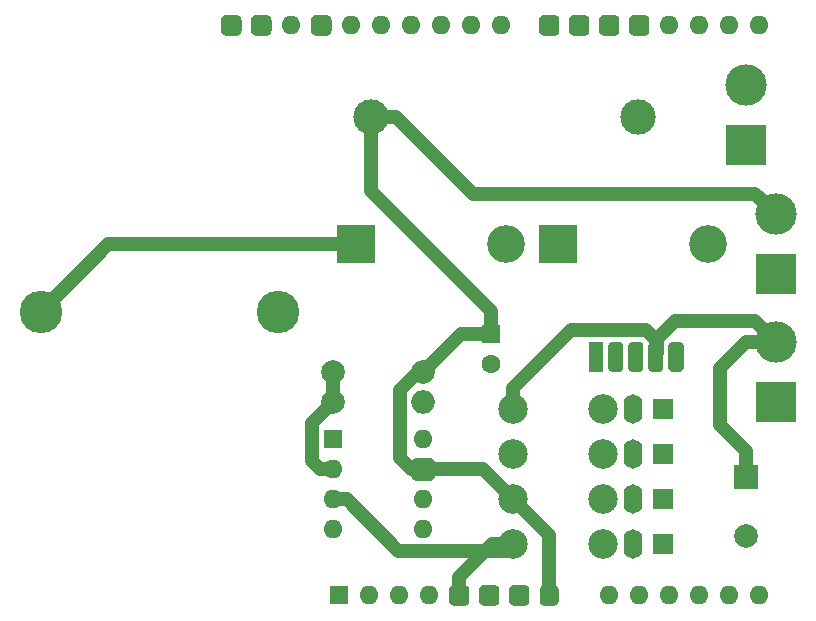
<source format=gtl>
G04 #@! TF.GenerationSoftware,KiCad,Pcbnew,5.1.5+dfsg1-2build2*
G04 #@! TF.CreationDate,2020-11-09T00:04:35+01:00*
G04 #@! TF.ProjectId,power-supply,706f7765-722d-4737-9570-706c792e6b69,rev?*
G04 #@! TF.SameCoordinates,PX292dfe0PY1f3f830*
G04 #@! TF.FileFunction,Copper,L1,Top*
G04 #@! TF.FilePolarity,Positive*
%FSLAX46Y46*%
G04 Gerber Fmt 4.6, Leading zero omitted, Abs format (unit mm)*
G04 Created by KiCad (PCBNEW 5.1.5+dfsg1-2build2) date 2020-11-09 00:04:35*
%MOMM*%
%LPD*%
G04 APERTURE LIST*
%ADD10C,0.100000*%
%ADD11R,1.600000X1.600000*%
%ADD12O,1.600000X1.600000*%
%ADD13R,1.800000X1.800000*%
%ADD14O,1.600000X2.500000*%
%ADD15C,3.000000*%
%ADD16R,3.500120X3.500120*%
%ADD17C,3.500120*%
%ADD18C,2.500000*%
%ADD19C,2.000000*%
%ADD20O,2.000000X2.000000*%
%ADD21C,1.600000*%
%ADD22R,2.000000X2.000000*%
%ADD23O,3.200000X3.200000*%
%ADD24R,3.200000X3.200000*%
%ADD25C,3.600000*%
%ADD26R,1.275000X2.500000*%
%ADD27C,1.200000*%
G04 APERTURE END LIST*
G04 #@! TA.AperFunction,ComponentPad*
D10*
G36*
X21055637Y-2180095D02*
G01*
X21097864Y-2186358D01*
X21139274Y-2196731D01*
X21179467Y-2211112D01*
X21218058Y-2229364D01*
X21254673Y-2251311D01*
X21288961Y-2276740D01*
X21320591Y-2305409D01*
X21349260Y-2337039D01*
X21374689Y-2371327D01*
X21396636Y-2407942D01*
X21414888Y-2446533D01*
X21429269Y-2486726D01*
X21439642Y-2528136D01*
X21445905Y-2570363D01*
X21448000Y-2613000D01*
X21448000Y-3483000D01*
X21445905Y-3525637D01*
X21439642Y-3567864D01*
X21429269Y-3609274D01*
X21414888Y-3649467D01*
X21396636Y-3688058D01*
X21374689Y-3724673D01*
X21349260Y-3758961D01*
X21320591Y-3790591D01*
X21288961Y-3819260D01*
X21254673Y-3844689D01*
X21218058Y-3866636D01*
X21179467Y-3884888D01*
X21139274Y-3899269D01*
X21097864Y-3909642D01*
X21055637Y-3915905D01*
X21013000Y-3918000D01*
X20143000Y-3918000D01*
X20100363Y-3915905D01*
X20058136Y-3909642D01*
X20016726Y-3899269D01*
X19976533Y-3884888D01*
X19937942Y-3866636D01*
X19901327Y-3844689D01*
X19867039Y-3819260D01*
X19835409Y-3790591D01*
X19806740Y-3758961D01*
X19781311Y-3724673D01*
X19759364Y-3688058D01*
X19741112Y-3649467D01*
X19726731Y-3609274D01*
X19716358Y-3567864D01*
X19710095Y-3525637D01*
X19708000Y-3483000D01*
X19708000Y-2613000D01*
X19710095Y-2570363D01*
X19716358Y-2528136D01*
X19726731Y-2486726D01*
X19741112Y-2446533D01*
X19759364Y-2407942D01*
X19781311Y-2371327D01*
X19806740Y-2337039D01*
X19835409Y-2305409D01*
X19867039Y-2276740D01*
X19901327Y-2251311D01*
X19937942Y-2229364D01*
X19976533Y-2211112D01*
X20016726Y-2196731D01*
X20058136Y-2186358D01*
X20100363Y-2180095D01*
X20143000Y-2178000D01*
X21013000Y-2178000D01*
X21055637Y-2180095D01*
G37*
G04 #@! TD.AperFunction*
G04 #@! TA.AperFunction,ComponentPad*
G36*
X23595637Y-2180095D02*
G01*
X23637864Y-2186358D01*
X23679274Y-2196731D01*
X23719467Y-2211112D01*
X23758058Y-2229364D01*
X23794673Y-2251311D01*
X23828961Y-2276740D01*
X23860591Y-2305409D01*
X23889260Y-2337039D01*
X23914689Y-2371327D01*
X23936636Y-2407942D01*
X23954888Y-2446533D01*
X23969269Y-2486726D01*
X23979642Y-2528136D01*
X23985905Y-2570363D01*
X23988000Y-2613000D01*
X23988000Y-3483000D01*
X23985905Y-3525637D01*
X23979642Y-3567864D01*
X23969269Y-3609274D01*
X23954888Y-3649467D01*
X23936636Y-3688058D01*
X23914689Y-3724673D01*
X23889260Y-3758961D01*
X23860591Y-3790591D01*
X23828961Y-3819260D01*
X23794673Y-3844689D01*
X23758058Y-3866636D01*
X23719467Y-3884888D01*
X23679274Y-3899269D01*
X23637864Y-3909642D01*
X23595637Y-3915905D01*
X23553000Y-3918000D01*
X22683000Y-3918000D01*
X22640363Y-3915905D01*
X22598136Y-3909642D01*
X22556726Y-3899269D01*
X22516533Y-3884888D01*
X22477942Y-3866636D01*
X22441327Y-3844689D01*
X22407039Y-3819260D01*
X22375409Y-3790591D01*
X22346740Y-3758961D01*
X22321311Y-3724673D01*
X22299364Y-3688058D01*
X22281112Y-3649467D01*
X22266731Y-3609274D01*
X22256358Y-3567864D01*
X22250095Y-3525637D01*
X22248000Y-3483000D01*
X22248000Y-2613000D01*
X22250095Y-2570363D01*
X22256358Y-2528136D01*
X22266731Y-2486726D01*
X22281112Y-2446533D01*
X22299364Y-2407942D01*
X22321311Y-2371327D01*
X22346740Y-2337039D01*
X22375409Y-2305409D01*
X22407039Y-2276740D01*
X22441327Y-2251311D01*
X22477942Y-2229364D01*
X22516533Y-2211112D01*
X22556726Y-2196731D01*
X22598136Y-2186358D01*
X22640363Y-2180095D01*
X22683000Y-2178000D01*
X23553000Y-2178000D01*
X23595637Y-2180095D01*
G37*
G04 #@! TD.AperFunction*
D11*
X29718000Y-51308000D03*
D12*
X60198000Y-3048000D03*
X32258000Y-51308000D03*
X57658000Y-3048000D03*
X34798000Y-51308000D03*
G04 #@! TA.AperFunction,ComponentPad*
D10*
G36*
X55595637Y-2180095D02*
G01*
X55637864Y-2186358D01*
X55679274Y-2196731D01*
X55719467Y-2211112D01*
X55758058Y-2229364D01*
X55794673Y-2251311D01*
X55828961Y-2276740D01*
X55860591Y-2305409D01*
X55889260Y-2337039D01*
X55914689Y-2371327D01*
X55936636Y-2407942D01*
X55954888Y-2446533D01*
X55969269Y-2486726D01*
X55979642Y-2528136D01*
X55985905Y-2570363D01*
X55988000Y-2613000D01*
X55988000Y-3483000D01*
X55985905Y-3525637D01*
X55979642Y-3567864D01*
X55969269Y-3609274D01*
X55954888Y-3649467D01*
X55936636Y-3688058D01*
X55914689Y-3724673D01*
X55889260Y-3758961D01*
X55860591Y-3790591D01*
X55828961Y-3819260D01*
X55794673Y-3844689D01*
X55758058Y-3866636D01*
X55719467Y-3884888D01*
X55679274Y-3899269D01*
X55637864Y-3909642D01*
X55595637Y-3915905D01*
X55553000Y-3918000D01*
X54683000Y-3918000D01*
X54640363Y-3915905D01*
X54598136Y-3909642D01*
X54556726Y-3899269D01*
X54516533Y-3884888D01*
X54477942Y-3866636D01*
X54441327Y-3844689D01*
X54407039Y-3819260D01*
X54375409Y-3790591D01*
X54346740Y-3758961D01*
X54321311Y-3724673D01*
X54299364Y-3688058D01*
X54281112Y-3649467D01*
X54266731Y-3609274D01*
X54256358Y-3567864D01*
X54250095Y-3525637D01*
X54248000Y-3483000D01*
X54248000Y-2613000D01*
X54250095Y-2570363D01*
X54256358Y-2528136D01*
X54266731Y-2486726D01*
X54281112Y-2446533D01*
X54299364Y-2407942D01*
X54321311Y-2371327D01*
X54346740Y-2337039D01*
X54375409Y-2305409D01*
X54407039Y-2276740D01*
X54441327Y-2251311D01*
X54477942Y-2229364D01*
X54516533Y-2211112D01*
X54556726Y-2196731D01*
X54598136Y-2186358D01*
X54640363Y-2180095D01*
X54683000Y-2178000D01*
X55553000Y-2178000D01*
X55595637Y-2180095D01*
G37*
G04 #@! TD.AperFunction*
D12*
X37338000Y-51308000D03*
G04 #@! TA.AperFunction,ComponentPad*
D10*
G36*
X53055637Y-2180095D02*
G01*
X53097864Y-2186358D01*
X53139274Y-2196731D01*
X53179467Y-2211112D01*
X53218058Y-2229364D01*
X53254673Y-2251311D01*
X53288961Y-2276740D01*
X53320591Y-2305409D01*
X53349260Y-2337039D01*
X53374689Y-2371327D01*
X53396636Y-2407942D01*
X53414888Y-2446533D01*
X53429269Y-2486726D01*
X53439642Y-2528136D01*
X53445905Y-2570363D01*
X53448000Y-2613000D01*
X53448000Y-3483000D01*
X53445905Y-3525637D01*
X53439642Y-3567864D01*
X53429269Y-3609274D01*
X53414888Y-3649467D01*
X53396636Y-3688058D01*
X53374689Y-3724673D01*
X53349260Y-3758961D01*
X53320591Y-3790591D01*
X53288961Y-3819260D01*
X53254673Y-3844689D01*
X53218058Y-3866636D01*
X53179467Y-3884888D01*
X53139274Y-3899269D01*
X53097864Y-3909642D01*
X53055637Y-3915905D01*
X53013000Y-3918000D01*
X52143000Y-3918000D01*
X52100363Y-3915905D01*
X52058136Y-3909642D01*
X52016726Y-3899269D01*
X51976533Y-3884888D01*
X51937942Y-3866636D01*
X51901327Y-3844689D01*
X51867039Y-3819260D01*
X51835409Y-3790591D01*
X51806740Y-3758961D01*
X51781311Y-3724673D01*
X51759364Y-3688058D01*
X51741112Y-3649467D01*
X51726731Y-3609274D01*
X51716358Y-3567864D01*
X51710095Y-3525637D01*
X51708000Y-3483000D01*
X51708000Y-2613000D01*
X51710095Y-2570363D01*
X51716358Y-2528136D01*
X51726731Y-2486726D01*
X51741112Y-2446533D01*
X51759364Y-2407942D01*
X51781311Y-2371327D01*
X51806740Y-2337039D01*
X51835409Y-2305409D01*
X51867039Y-2276740D01*
X51901327Y-2251311D01*
X51937942Y-2229364D01*
X51976533Y-2211112D01*
X52016726Y-2196731D01*
X52058136Y-2186358D01*
X52100363Y-2180095D01*
X52143000Y-2178000D01*
X53013000Y-2178000D01*
X53055637Y-2180095D01*
G37*
G04 #@! TD.AperFunction*
G04 #@! TA.AperFunction,ComponentPad*
G36*
X40355637Y-50440095D02*
G01*
X40397864Y-50446358D01*
X40439274Y-50456731D01*
X40479467Y-50471112D01*
X40518058Y-50489364D01*
X40554673Y-50511311D01*
X40588961Y-50536740D01*
X40620591Y-50565409D01*
X40649260Y-50597039D01*
X40674689Y-50631327D01*
X40696636Y-50667942D01*
X40714888Y-50706533D01*
X40729269Y-50746726D01*
X40739642Y-50788136D01*
X40745905Y-50830363D01*
X40748000Y-50873000D01*
X40748000Y-51743000D01*
X40745905Y-51785637D01*
X40739642Y-51827864D01*
X40729269Y-51869274D01*
X40714888Y-51909467D01*
X40696636Y-51948058D01*
X40674689Y-51984673D01*
X40649260Y-52018961D01*
X40620591Y-52050591D01*
X40588961Y-52079260D01*
X40554673Y-52104689D01*
X40518058Y-52126636D01*
X40479467Y-52144888D01*
X40439274Y-52159269D01*
X40397864Y-52169642D01*
X40355637Y-52175905D01*
X40313000Y-52178000D01*
X39443000Y-52178000D01*
X39400363Y-52175905D01*
X39358136Y-52169642D01*
X39316726Y-52159269D01*
X39276533Y-52144888D01*
X39237942Y-52126636D01*
X39201327Y-52104689D01*
X39167039Y-52079260D01*
X39135409Y-52050591D01*
X39106740Y-52018961D01*
X39081311Y-51984673D01*
X39059364Y-51948058D01*
X39041112Y-51909467D01*
X39026731Y-51869274D01*
X39016358Y-51827864D01*
X39010095Y-51785637D01*
X39008000Y-51743000D01*
X39008000Y-50873000D01*
X39010095Y-50830363D01*
X39016358Y-50788136D01*
X39026731Y-50746726D01*
X39041112Y-50706533D01*
X39059364Y-50667942D01*
X39081311Y-50631327D01*
X39106740Y-50597039D01*
X39135409Y-50565409D01*
X39167039Y-50536740D01*
X39201327Y-50511311D01*
X39237942Y-50489364D01*
X39276533Y-50471112D01*
X39316726Y-50456731D01*
X39358136Y-50446358D01*
X39400363Y-50440095D01*
X39443000Y-50438000D01*
X40313000Y-50438000D01*
X40355637Y-50440095D01*
G37*
G04 #@! TD.AperFunction*
G04 #@! TA.AperFunction,ComponentPad*
G36*
X50515637Y-2180095D02*
G01*
X50557864Y-2186358D01*
X50599274Y-2196731D01*
X50639467Y-2211112D01*
X50678058Y-2229364D01*
X50714673Y-2251311D01*
X50748961Y-2276740D01*
X50780591Y-2305409D01*
X50809260Y-2337039D01*
X50834689Y-2371327D01*
X50856636Y-2407942D01*
X50874888Y-2446533D01*
X50889269Y-2486726D01*
X50899642Y-2528136D01*
X50905905Y-2570363D01*
X50908000Y-2613000D01*
X50908000Y-3483000D01*
X50905905Y-3525637D01*
X50899642Y-3567864D01*
X50889269Y-3609274D01*
X50874888Y-3649467D01*
X50856636Y-3688058D01*
X50834689Y-3724673D01*
X50809260Y-3758961D01*
X50780591Y-3790591D01*
X50748961Y-3819260D01*
X50714673Y-3844689D01*
X50678058Y-3866636D01*
X50639467Y-3884888D01*
X50599274Y-3899269D01*
X50557864Y-3909642D01*
X50515637Y-3915905D01*
X50473000Y-3918000D01*
X49603000Y-3918000D01*
X49560363Y-3915905D01*
X49518136Y-3909642D01*
X49476726Y-3899269D01*
X49436533Y-3884888D01*
X49397942Y-3866636D01*
X49361327Y-3844689D01*
X49327039Y-3819260D01*
X49295409Y-3790591D01*
X49266740Y-3758961D01*
X49241311Y-3724673D01*
X49219364Y-3688058D01*
X49201112Y-3649467D01*
X49186731Y-3609274D01*
X49176358Y-3567864D01*
X49170095Y-3525637D01*
X49168000Y-3483000D01*
X49168000Y-2613000D01*
X49170095Y-2570363D01*
X49176358Y-2528136D01*
X49186731Y-2486726D01*
X49201112Y-2446533D01*
X49219364Y-2407942D01*
X49241311Y-2371327D01*
X49266740Y-2337039D01*
X49295409Y-2305409D01*
X49327039Y-2276740D01*
X49361327Y-2251311D01*
X49397942Y-2229364D01*
X49436533Y-2211112D01*
X49476726Y-2196731D01*
X49518136Y-2186358D01*
X49560363Y-2180095D01*
X49603000Y-2178000D01*
X50473000Y-2178000D01*
X50515637Y-2180095D01*
G37*
G04 #@! TD.AperFunction*
G04 #@! TA.AperFunction,ComponentPad*
G36*
X42895637Y-50440095D02*
G01*
X42937864Y-50446358D01*
X42979274Y-50456731D01*
X43019467Y-50471112D01*
X43058058Y-50489364D01*
X43094673Y-50511311D01*
X43128961Y-50536740D01*
X43160591Y-50565409D01*
X43189260Y-50597039D01*
X43214689Y-50631327D01*
X43236636Y-50667942D01*
X43254888Y-50706533D01*
X43269269Y-50746726D01*
X43279642Y-50788136D01*
X43285905Y-50830363D01*
X43288000Y-50873000D01*
X43288000Y-51743000D01*
X43285905Y-51785637D01*
X43279642Y-51827864D01*
X43269269Y-51869274D01*
X43254888Y-51909467D01*
X43236636Y-51948058D01*
X43214689Y-51984673D01*
X43189260Y-52018961D01*
X43160591Y-52050591D01*
X43128961Y-52079260D01*
X43094673Y-52104689D01*
X43058058Y-52126636D01*
X43019467Y-52144888D01*
X42979274Y-52159269D01*
X42937864Y-52169642D01*
X42895637Y-52175905D01*
X42853000Y-52178000D01*
X41983000Y-52178000D01*
X41940363Y-52175905D01*
X41898136Y-52169642D01*
X41856726Y-52159269D01*
X41816533Y-52144888D01*
X41777942Y-52126636D01*
X41741327Y-52104689D01*
X41707039Y-52079260D01*
X41675409Y-52050591D01*
X41646740Y-52018961D01*
X41621311Y-51984673D01*
X41599364Y-51948058D01*
X41581112Y-51909467D01*
X41566731Y-51869274D01*
X41556358Y-51827864D01*
X41550095Y-51785637D01*
X41548000Y-51743000D01*
X41548000Y-50873000D01*
X41550095Y-50830363D01*
X41556358Y-50788136D01*
X41566731Y-50746726D01*
X41581112Y-50706533D01*
X41599364Y-50667942D01*
X41621311Y-50631327D01*
X41646740Y-50597039D01*
X41675409Y-50565409D01*
X41707039Y-50536740D01*
X41741327Y-50511311D01*
X41777942Y-50489364D01*
X41816533Y-50471112D01*
X41856726Y-50456731D01*
X41898136Y-50446358D01*
X41940363Y-50440095D01*
X41983000Y-50438000D01*
X42853000Y-50438000D01*
X42895637Y-50440095D01*
G37*
G04 #@! TD.AperFunction*
G04 #@! TA.AperFunction,ComponentPad*
G36*
X47975637Y-2180095D02*
G01*
X48017864Y-2186358D01*
X48059274Y-2196731D01*
X48099467Y-2211112D01*
X48138058Y-2229364D01*
X48174673Y-2251311D01*
X48208961Y-2276740D01*
X48240591Y-2305409D01*
X48269260Y-2337039D01*
X48294689Y-2371327D01*
X48316636Y-2407942D01*
X48334888Y-2446533D01*
X48349269Y-2486726D01*
X48359642Y-2528136D01*
X48365905Y-2570363D01*
X48368000Y-2613000D01*
X48368000Y-3483000D01*
X48365905Y-3525637D01*
X48359642Y-3567864D01*
X48349269Y-3609274D01*
X48334888Y-3649467D01*
X48316636Y-3688058D01*
X48294689Y-3724673D01*
X48269260Y-3758961D01*
X48240591Y-3790591D01*
X48208961Y-3819260D01*
X48174673Y-3844689D01*
X48138058Y-3866636D01*
X48099467Y-3884888D01*
X48059274Y-3899269D01*
X48017864Y-3909642D01*
X47975637Y-3915905D01*
X47933000Y-3918000D01*
X47063000Y-3918000D01*
X47020363Y-3915905D01*
X46978136Y-3909642D01*
X46936726Y-3899269D01*
X46896533Y-3884888D01*
X46857942Y-3866636D01*
X46821327Y-3844689D01*
X46787039Y-3819260D01*
X46755409Y-3790591D01*
X46726740Y-3758961D01*
X46701311Y-3724673D01*
X46679364Y-3688058D01*
X46661112Y-3649467D01*
X46646731Y-3609274D01*
X46636358Y-3567864D01*
X46630095Y-3525637D01*
X46628000Y-3483000D01*
X46628000Y-2613000D01*
X46630095Y-2570363D01*
X46636358Y-2528136D01*
X46646731Y-2486726D01*
X46661112Y-2446533D01*
X46679364Y-2407942D01*
X46701311Y-2371327D01*
X46726740Y-2337039D01*
X46755409Y-2305409D01*
X46787039Y-2276740D01*
X46821327Y-2251311D01*
X46857942Y-2229364D01*
X46896533Y-2211112D01*
X46936726Y-2196731D01*
X46978136Y-2186358D01*
X47020363Y-2180095D01*
X47063000Y-2178000D01*
X47933000Y-2178000D01*
X47975637Y-2180095D01*
G37*
G04 #@! TD.AperFunction*
G04 #@! TA.AperFunction,ComponentPad*
G36*
X45435637Y-50440095D02*
G01*
X45477864Y-50446358D01*
X45519274Y-50456731D01*
X45559467Y-50471112D01*
X45598058Y-50489364D01*
X45634673Y-50511311D01*
X45668961Y-50536740D01*
X45700591Y-50565409D01*
X45729260Y-50597039D01*
X45754689Y-50631327D01*
X45776636Y-50667942D01*
X45794888Y-50706533D01*
X45809269Y-50746726D01*
X45819642Y-50788136D01*
X45825905Y-50830363D01*
X45828000Y-50873000D01*
X45828000Y-51743000D01*
X45825905Y-51785637D01*
X45819642Y-51827864D01*
X45809269Y-51869274D01*
X45794888Y-51909467D01*
X45776636Y-51948058D01*
X45754689Y-51984673D01*
X45729260Y-52018961D01*
X45700591Y-52050591D01*
X45668961Y-52079260D01*
X45634673Y-52104689D01*
X45598058Y-52126636D01*
X45559467Y-52144888D01*
X45519274Y-52159269D01*
X45477864Y-52169642D01*
X45435637Y-52175905D01*
X45393000Y-52178000D01*
X44523000Y-52178000D01*
X44480363Y-52175905D01*
X44438136Y-52169642D01*
X44396726Y-52159269D01*
X44356533Y-52144888D01*
X44317942Y-52126636D01*
X44281327Y-52104689D01*
X44247039Y-52079260D01*
X44215409Y-52050591D01*
X44186740Y-52018961D01*
X44161311Y-51984673D01*
X44139364Y-51948058D01*
X44121112Y-51909467D01*
X44106731Y-51869274D01*
X44096358Y-51827864D01*
X44090095Y-51785637D01*
X44088000Y-51743000D01*
X44088000Y-50873000D01*
X44090095Y-50830363D01*
X44096358Y-50788136D01*
X44106731Y-50746726D01*
X44121112Y-50706533D01*
X44139364Y-50667942D01*
X44161311Y-50631327D01*
X44186740Y-50597039D01*
X44215409Y-50565409D01*
X44247039Y-50536740D01*
X44281327Y-50511311D01*
X44317942Y-50489364D01*
X44356533Y-50471112D01*
X44396726Y-50456731D01*
X44438136Y-50446358D01*
X44480363Y-50440095D01*
X44523000Y-50438000D01*
X45393000Y-50438000D01*
X45435637Y-50440095D01*
G37*
G04 #@! TD.AperFunction*
D12*
X43438000Y-3048000D03*
G04 #@! TA.AperFunction,ComponentPad*
D10*
G36*
X47937207Y-50439926D02*
G01*
X47976036Y-50445686D01*
X48014114Y-50455224D01*
X48051073Y-50468448D01*
X48086559Y-50485231D01*
X48120228Y-50505412D01*
X48151757Y-50528796D01*
X48180843Y-50555157D01*
X48207204Y-50584243D01*
X48230588Y-50615772D01*
X48250769Y-50649441D01*
X48267552Y-50684927D01*
X48280776Y-50721886D01*
X48290314Y-50759964D01*
X48296074Y-50798793D01*
X48298000Y-50838000D01*
X48298000Y-51778000D01*
X48296074Y-51817207D01*
X48290314Y-51856036D01*
X48280776Y-51894114D01*
X48267552Y-51931073D01*
X48250769Y-51966559D01*
X48230588Y-52000228D01*
X48207204Y-52031757D01*
X48180843Y-52060843D01*
X48151757Y-52087204D01*
X48120228Y-52110588D01*
X48086559Y-52130769D01*
X48051073Y-52147552D01*
X48014114Y-52160776D01*
X47976036Y-52170314D01*
X47937207Y-52176074D01*
X47898000Y-52178000D01*
X47098000Y-52178000D01*
X47058793Y-52176074D01*
X47019964Y-52170314D01*
X46981886Y-52160776D01*
X46944927Y-52147552D01*
X46909441Y-52130769D01*
X46875772Y-52110588D01*
X46844243Y-52087204D01*
X46815157Y-52060843D01*
X46788796Y-52031757D01*
X46765412Y-52000228D01*
X46745231Y-51966559D01*
X46728448Y-51931073D01*
X46715224Y-51894114D01*
X46705686Y-51856036D01*
X46699926Y-51817207D01*
X46698000Y-51778000D01*
X46698000Y-50838000D01*
X46699926Y-50798793D01*
X46705686Y-50759964D01*
X46715224Y-50721886D01*
X46728448Y-50684927D01*
X46745231Y-50649441D01*
X46765412Y-50615772D01*
X46788796Y-50584243D01*
X46815157Y-50555157D01*
X46844243Y-50528796D01*
X46875772Y-50505412D01*
X46909441Y-50485231D01*
X46944927Y-50468448D01*
X46981886Y-50455224D01*
X47019964Y-50445686D01*
X47058793Y-50439926D01*
X47098000Y-50438000D01*
X47898000Y-50438000D01*
X47937207Y-50439926D01*
G37*
G04 #@! TD.AperFunction*
D12*
X40898000Y-3048000D03*
X52578000Y-51308000D03*
X38358000Y-3048000D03*
X55118000Y-51308000D03*
X35818000Y-3048000D03*
X57658000Y-51308000D03*
X33278000Y-3048000D03*
X60198000Y-51308000D03*
X30738000Y-3048000D03*
X62738000Y-51308000D03*
G04 #@! TA.AperFunction,ComponentPad*
D10*
G36*
X28675637Y-2180095D02*
G01*
X28717864Y-2186358D01*
X28759274Y-2196731D01*
X28799467Y-2211112D01*
X28838058Y-2229364D01*
X28874673Y-2251311D01*
X28908961Y-2276740D01*
X28940591Y-2305409D01*
X28969260Y-2337039D01*
X28994689Y-2371327D01*
X29016636Y-2407942D01*
X29034888Y-2446533D01*
X29049269Y-2486726D01*
X29059642Y-2528136D01*
X29065905Y-2570363D01*
X29068000Y-2613000D01*
X29068000Y-3483000D01*
X29065905Y-3525637D01*
X29059642Y-3567864D01*
X29049269Y-3609274D01*
X29034888Y-3649467D01*
X29016636Y-3688058D01*
X28994689Y-3724673D01*
X28969260Y-3758961D01*
X28940591Y-3790591D01*
X28908961Y-3819260D01*
X28874673Y-3844689D01*
X28838058Y-3866636D01*
X28799467Y-3884888D01*
X28759274Y-3899269D01*
X28717864Y-3909642D01*
X28675637Y-3915905D01*
X28633000Y-3918000D01*
X27763000Y-3918000D01*
X27720363Y-3915905D01*
X27678136Y-3909642D01*
X27636726Y-3899269D01*
X27596533Y-3884888D01*
X27557942Y-3866636D01*
X27521327Y-3844689D01*
X27487039Y-3819260D01*
X27455409Y-3790591D01*
X27426740Y-3758961D01*
X27401311Y-3724673D01*
X27379364Y-3688058D01*
X27361112Y-3649467D01*
X27346731Y-3609274D01*
X27336358Y-3567864D01*
X27330095Y-3525637D01*
X27328000Y-3483000D01*
X27328000Y-2613000D01*
X27330095Y-2570363D01*
X27336358Y-2528136D01*
X27346731Y-2486726D01*
X27361112Y-2446533D01*
X27379364Y-2407942D01*
X27401311Y-2371327D01*
X27426740Y-2337039D01*
X27455409Y-2305409D01*
X27487039Y-2276740D01*
X27521327Y-2251311D01*
X27557942Y-2229364D01*
X27596533Y-2211112D01*
X27636726Y-2196731D01*
X27678136Y-2186358D01*
X27720363Y-2180095D01*
X27763000Y-2178000D01*
X28633000Y-2178000D01*
X28675637Y-2180095D01*
G37*
G04 #@! TD.AperFunction*
D12*
X65278000Y-51308000D03*
X25658000Y-3048000D03*
X65278000Y-3048000D03*
X62738000Y-3048000D03*
D13*
X57150000Y-46990000D03*
D14*
X54610000Y-46990000D03*
D13*
X57150000Y-43180000D03*
D14*
X54610000Y-43180000D03*
X54610000Y-35560000D03*
D13*
X57150000Y-35560000D03*
D14*
X54610000Y-39370000D03*
D13*
X57150000Y-39370000D03*
D15*
X32385000Y-10795000D03*
X54985000Y-10795000D03*
D16*
X64135000Y-13208000D03*
D17*
X64135000Y-8128000D03*
D16*
X66675000Y-24130000D03*
D17*
X66675000Y-19050000D03*
X66675000Y-29845000D03*
D16*
X66675000Y-34925000D03*
D11*
X29210000Y-38100000D03*
D12*
X36830000Y-45720000D03*
X29210000Y-40640000D03*
X36830000Y-43180000D03*
X29210000Y-43180000D03*
G04 #@! TA.AperFunction,ComponentPad*
D10*
G36*
X37379009Y-39642408D02*
G01*
X37427545Y-39649607D01*
X37475142Y-39661530D01*
X37521342Y-39678060D01*
X37565698Y-39699039D01*
X37607785Y-39724265D01*
X37647197Y-39753495D01*
X37683553Y-39786447D01*
X37716505Y-39822803D01*
X37745735Y-39862215D01*
X37770961Y-39904302D01*
X37791940Y-39948658D01*
X37808470Y-39994858D01*
X37820393Y-40042455D01*
X37827592Y-40090991D01*
X37830000Y-40140000D01*
X37830000Y-41140000D01*
X37827592Y-41189009D01*
X37820393Y-41237545D01*
X37808470Y-41285142D01*
X37791940Y-41331342D01*
X37770961Y-41375698D01*
X37745735Y-41417785D01*
X37716505Y-41457197D01*
X37683553Y-41493553D01*
X37647197Y-41526505D01*
X37607785Y-41555735D01*
X37565698Y-41580961D01*
X37521342Y-41601940D01*
X37475142Y-41618470D01*
X37427545Y-41630393D01*
X37379009Y-41637592D01*
X37330000Y-41640000D01*
X36330000Y-41640000D01*
X36280991Y-41637592D01*
X36232455Y-41630393D01*
X36184858Y-41618470D01*
X36138658Y-41601940D01*
X36094302Y-41580961D01*
X36052215Y-41555735D01*
X36012803Y-41526505D01*
X35976447Y-41493553D01*
X35943495Y-41457197D01*
X35914265Y-41417785D01*
X35889039Y-41375698D01*
X35868060Y-41331342D01*
X35851530Y-41285142D01*
X35839607Y-41237545D01*
X35832408Y-41189009D01*
X35830000Y-41140000D01*
X35830000Y-40140000D01*
X35832408Y-40090991D01*
X35839607Y-40042455D01*
X35851530Y-39994858D01*
X35868060Y-39948658D01*
X35889039Y-39904302D01*
X35914265Y-39862215D01*
X35943495Y-39822803D01*
X35976447Y-39786447D01*
X36012803Y-39753495D01*
X36052215Y-39724265D01*
X36094302Y-39699039D01*
X36138658Y-39678060D01*
X36184858Y-39661530D01*
X36232455Y-39649607D01*
X36280991Y-39642408D01*
X36330000Y-39640000D01*
X37330000Y-39640000D01*
X37379009Y-39642408D01*
G37*
G04 #@! TD.AperFunction*
D12*
X29210000Y-45720000D03*
X36830000Y-38100000D03*
D18*
X52070000Y-43180000D03*
X44450000Y-43180000D03*
X52070000Y-46990000D03*
X44450000Y-46990000D03*
X52070000Y-39370000D03*
X44450000Y-39370000D03*
X44450000Y-35560000D03*
X52070000Y-35560000D03*
D19*
X29210000Y-32385000D03*
X36830000Y-32385000D03*
X29210000Y-34925000D03*
D20*
X36830000Y-34925000D03*
D11*
X42545000Y-29210000D03*
D21*
X42545000Y-31710000D03*
D22*
X64135000Y-41275000D03*
D19*
X64135000Y-46275000D03*
D23*
X60960000Y-21590000D03*
D24*
X48260000Y-21590000D03*
X31115000Y-21590000D03*
D23*
X43815000Y-21590000D03*
D25*
X4445000Y-27305000D03*
X24545000Y-27305000D03*
D26*
X51435000Y-31115000D03*
G04 #@! TA.AperFunction,ComponentPad*
D10*
G36*
X53484993Y-29866535D02*
G01*
X53515935Y-29871125D01*
X53546278Y-29878725D01*
X53575730Y-29889263D01*
X53604008Y-29902638D01*
X53630838Y-29918719D01*
X53655963Y-29937353D01*
X53679140Y-29958360D01*
X53700147Y-29981537D01*
X53718781Y-30006662D01*
X53734862Y-30033492D01*
X53748237Y-30061770D01*
X53758775Y-30091222D01*
X53766375Y-30121565D01*
X53770965Y-30152507D01*
X53772500Y-30183750D01*
X53772500Y-32046250D01*
X53770965Y-32077493D01*
X53766375Y-32108435D01*
X53758775Y-32138778D01*
X53748237Y-32168230D01*
X53734862Y-32196508D01*
X53718781Y-32223338D01*
X53700147Y-32248463D01*
X53679140Y-32271640D01*
X53655963Y-32292647D01*
X53630838Y-32311281D01*
X53604008Y-32327362D01*
X53575730Y-32340737D01*
X53546278Y-32351275D01*
X53515935Y-32358875D01*
X53484993Y-32363465D01*
X53453750Y-32365000D01*
X52816250Y-32365000D01*
X52785007Y-32363465D01*
X52754065Y-32358875D01*
X52723722Y-32351275D01*
X52694270Y-32340737D01*
X52665992Y-32327362D01*
X52639162Y-32311281D01*
X52614037Y-32292647D01*
X52590860Y-32271640D01*
X52569853Y-32248463D01*
X52551219Y-32223338D01*
X52535138Y-32196508D01*
X52521763Y-32168230D01*
X52511225Y-32138778D01*
X52503625Y-32108435D01*
X52499035Y-32077493D01*
X52497500Y-32046250D01*
X52497500Y-30183750D01*
X52499035Y-30152507D01*
X52503625Y-30121565D01*
X52511225Y-30091222D01*
X52521763Y-30061770D01*
X52535138Y-30033492D01*
X52551219Y-30006662D01*
X52569853Y-29981537D01*
X52590860Y-29958360D01*
X52614037Y-29937353D01*
X52639162Y-29918719D01*
X52665992Y-29902638D01*
X52694270Y-29889263D01*
X52723722Y-29878725D01*
X52754065Y-29871125D01*
X52785007Y-29866535D01*
X52816250Y-29865000D01*
X53453750Y-29865000D01*
X53484993Y-29866535D01*
G37*
G04 #@! TD.AperFunction*
G04 #@! TA.AperFunction,ComponentPad*
G36*
X55184993Y-29866535D02*
G01*
X55215935Y-29871125D01*
X55246278Y-29878725D01*
X55275730Y-29889263D01*
X55304008Y-29902638D01*
X55330838Y-29918719D01*
X55355963Y-29937353D01*
X55379140Y-29958360D01*
X55400147Y-29981537D01*
X55418781Y-30006662D01*
X55434862Y-30033492D01*
X55448237Y-30061770D01*
X55458775Y-30091222D01*
X55466375Y-30121565D01*
X55470965Y-30152507D01*
X55472500Y-30183750D01*
X55472500Y-32046250D01*
X55470965Y-32077493D01*
X55466375Y-32108435D01*
X55458775Y-32138778D01*
X55448237Y-32168230D01*
X55434862Y-32196508D01*
X55418781Y-32223338D01*
X55400147Y-32248463D01*
X55379140Y-32271640D01*
X55355963Y-32292647D01*
X55330838Y-32311281D01*
X55304008Y-32327362D01*
X55275730Y-32340737D01*
X55246278Y-32351275D01*
X55215935Y-32358875D01*
X55184993Y-32363465D01*
X55153750Y-32365000D01*
X54516250Y-32365000D01*
X54485007Y-32363465D01*
X54454065Y-32358875D01*
X54423722Y-32351275D01*
X54394270Y-32340737D01*
X54365992Y-32327362D01*
X54339162Y-32311281D01*
X54314037Y-32292647D01*
X54290860Y-32271640D01*
X54269853Y-32248463D01*
X54251219Y-32223338D01*
X54235138Y-32196508D01*
X54221763Y-32168230D01*
X54211225Y-32138778D01*
X54203625Y-32108435D01*
X54199035Y-32077493D01*
X54197500Y-32046250D01*
X54197500Y-30183750D01*
X54199035Y-30152507D01*
X54203625Y-30121565D01*
X54211225Y-30091222D01*
X54221763Y-30061770D01*
X54235138Y-30033492D01*
X54251219Y-30006662D01*
X54269853Y-29981537D01*
X54290860Y-29958360D01*
X54314037Y-29937353D01*
X54339162Y-29918719D01*
X54365992Y-29902638D01*
X54394270Y-29889263D01*
X54423722Y-29878725D01*
X54454065Y-29871125D01*
X54485007Y-29866535D01*
X54516250Y-29865000D01*
X55153750Y-29865000D01*
X55184993Y-29866535D01*
G37*
G04 #@! TD.AperFunction*
G04 #@! TA.AperFunction,ComponentPad*
G36*
X56884993Y-29866535D02*
G01*
X56915935Y-29871125D01*
X56946278Y-29878725D01*
X56975730Y-29889263D01*
X57004008Y-29902638D01*
X57030838Y-29918719D01*
X57055963Y-29937353D01*
X57079140Y-29958360D01*
X57100147Y-29981537D01*
X57118781Y-30006662D01*
X57134862Y-30033492D01*
X57148237Y-30061770D01*
X57158775Y-30091222D01*
X57166375Y-30121565D01*
X57170965Y-30152507D01*
X57172500Y-30183750D01*
X57172500Y-32046250D01*
X57170965Y-32077493D01*
X57166375Y-32108435D01*
X57158775Y-32138778D01*
X57148237Y-32168230D01*
X57134862Y-32196508D01*
X57118781Y-32223338D01*
X57100147Y-32248463D01*
X57079140Y-32271640D01*
X57055963Y-32292647D01*
X57030838Y-32311281D01*
X57004008Y-32327362D01*
X56975730Y-32340737D01*
X56946278Y-32351275D01*
X56915935Y-32358875D01*
X56884993Y-32363465D01*
X56853750Y-32365000D01*
X56216250Y-32365000D01*
X56185007Y-32363465D01*
X56154065Y-32358875D01*
X56123722Y-32351275D01*
X56094270Y-32340737D01*
X56065992Y-32327362D01*
X56039162Y-32311281D01*
X56014037Y-32292647D01*
X55990860Y-32271640D01*
X55969853Y-32248463D01*
X55951219Y-32223338D01*
X55935138Y-32196508D01*
X55921763Y-32168230D01*
X55911225Y-32138778D01*
X55903625Y-32108435D01*
X55899035Y-32077493D01*
X55897500Y-32046250D01*
X55897500Y-30183750D01*
X55899035Y-30152507D01*
X55903625Y-30121565D01*
X55911225Y-30091222D01*
X55921763Y-30061770D01*
X55935138Y-30033492D01*
X55951219Y-30006662D01*
X55969853Y-29981537D01*
X55990860Y-29958360D01*
X56014037Y-29937353D01*
X56039162Y-29918719D01*
X56065992Y-29902638D01*
X56094270Y-29889263D01*
X56123722Y-29878725D01*
X56154065Y-29871125D01*
X56185007Y-29866535D01*
X56216250Y-29865000D01*
X56853750Y-29865000D01*
X56884993Y-29866535D01*
G37*
G04 #@! TD.AperFunction*
G04 #@! TA.AperFunction,ComponentPad*
G36*
X58584993Y-29866535D02*
G01*
X58615935Y-29871125D01*
X58646278Y-29878725D01*
X58675730Y-29889263D01*
X58704008Y-29902638D01*
X58730838Y-29918719D01*
X58755963Y-29937353D01*
X58779140Y-29958360D01*
X58800147Y-29981537D01*
X58818781Y-30006662D01*
X58834862Y-30033492D01*
X58848237Y-30061770D01*
X58858775Y-30091222D01*
X58866375Y-30121565D01*
X58870965Y-30152507D01*
X58872500Y-30183750D01*
X58872500Y-32046250D01*
X58870965Y-32077493D01*
X58866375Y-32108435D01*
X58858775Y-32138778D01*
X58848237Y-32168230D01*
X58834862Y-32196508D01*
X58818781Y-32223338D01*
X58800147Y-32248463D01*
X58779140Y-32271640D01*
X58755963Y-32292647D01*
X58730838Y-32311281D01*
X58704008Y-32327362D01*
X58675730Y-32340737D01*
X58646278Y-32351275D01*
X58615935Y-32358875D01*
X58584993Y-32363465D01*
X58553750Y-32365000D01*
X57916250Y-32365000D01*
X57885007Y-32363465D01*
X57854065Y-32358875D01*
X57823722Y-32351275D01*
X57794270Y-32340737D01*
X57765992Y-32327362D01*
X57739162Y-32311281D01*
X57714037Y-32292647D01*
X57690860Y-32271640D01*
X57669853Y-32248463D01*
X57651219Y-32223338D01*
X57635138Y-32196508D01*
X57621763Y-32168230D01*
X57611225Y-32138778D01*
X57603625Y-32108435D01*
X57599035Y-32077493D01*
X57597500Y-32046250D01*
X57597500Y-30183750D01*
X57599035Y-30152507D01*
X57603625Y-30121565D01*
X57611225Y-30091222D01*
X57621763Y-30061770D01*
X57635138Y-30033492D01*
X57651219Y-30006662D01*
X57669853Y-29981537D01*
X57690860Y-29958360D01*
X57714037Y-29937353D01*
X57739162Y-29918719D01*
X57765992Y-29902638D01*
X57794270Y-29889263D01*
X57823722Y-29878725D01*
X57854065Y-29871125D01*
X57885007Y-29866535D01*
X57916250Y-29865000D01*
X58553750Y-29865000D01*
X58584993Y-29866535D01*
G37*
G04 #@! TD.AperFunction*
D27*
X10160000Y-21590000D02*
X4445000Y-27305000D01*
X31115000Y-21590000D02*
X10160000Y-21590000D01*
X30341370Y-43180000D02*
X29210000Y-43180000D01*
X34681371Y-47520001D02*
X30341370Y-43180000D01*
X43919999Y-47520001D02*
X34681371Y-47520001D01*
X44450000Y-46990000D02*
X43919999Y-47520001D01*
X39878000Y-50438000D02*
X39878000Y-51308000D01*
X39878000Y-49794234D02*
X39878000Y-50438000D01*
X42682234Y-46990000D02*
X39878000Y-49794234D01*
X44450000Y-46990000D02*
X42682234Y-46990000D01*
X32385000Y-12916320D02*
X32385000Y-10795000D01*
X32385000Y-17050000D02*
X32385000Y-12916320D01*
X42545000Y-27210000D02*
X32385000Y-17050000D01*
X42545000Y-29210000D02*
X42545000Y-27210000D01*
X40005000Y-29210000D02*
X42545000Y-29210000D01*
X36830000Y-32385000D02*
X40005000Y-29210000D01*
X64924941Y-17299941D02*
X66675000Y-19050000D01*
X41011261Y-17299941D02*
X64924941Y-17299941D01*
X34506320Y-10795000D02*
X41011261Y-17299941D01*
X32385000Y-10795000D02*
X34506320Y-10795000D01*
X35830000Y-40640000D02*
X36830000Y-40640000D01*
X34829999Y-39639999D02*
X35830000Y-40640000D01*
X34829999Y-33964999D02*
X34829999Y-39639999D01*
X36409998Y-32385000D02*
X34829999Y-33964999D01*
X36830000Y-32385000D02*
X36409998Y-32385000D01*
X41910000Y-40640000D02*
X44450000Y-43180000D01*
X36830000Y-40640000D02*
X41910000Y-40640000D01*
X47498000Y-46228000D02*
X47498000Y-51308000D01*
X44450000Y-43180000D02*
X47498000Y-46228000D01*
X44450000Y-33792234D02*
X44450000Y-35560000D01*
X49377244Y-28864990D02*
X44450000Y-33792234D01*
X55700000Y-28864990D02*
X49377244Y-28864990D01*
X64200042Y-29845000D02*
X61976000Y-32069042D01*
X66675000Y-29845000D02*
X64200042Y-29845000D01*
X64135000Y-39075000D02*
X64135000Y-41275000D01*
X61976000Y-36916000D02*
X64135000Y-39075000D01*
X61976000Y-32069042D02*
X61976000Y-36916000D01*
X56597490Y-29762480D02*
X55700000Y-28864990D01*
X56535000Y-30841000D02*
X56597490Y-30778510D01*
X56597490Y-30778510D02*
X56597490Y-29762480D01*
X56535000Y-31115000D02*
X56535000Y-30841000D01*
X56535000Y-29699990D02*
X56535000Y-29865000D01*
X58140049Y-28094941D02*
X56535000Y-29699990D01*
X64924941Y-28094941D02*
X58140049Y-28094941D01*
X56535000Y-29865000D02*
X56535000Y-31115000D01*
X66675000Y-29845000D02*
X64924941Y-28094941D01*
X29210000Y-32385000D02*
X29210000Y-34925000D01*
X28078630Y-40640000D02*
X29210000Y-40640000D01*
X27409999Y-39971369D02*
X28078630Y-40640000D01*
X27409999Y-36725001D02*
X27409999Y-39971369D01*
X29210000Y-34925000D02*
X27409999Y-36725001D01*
M02*

</source>
